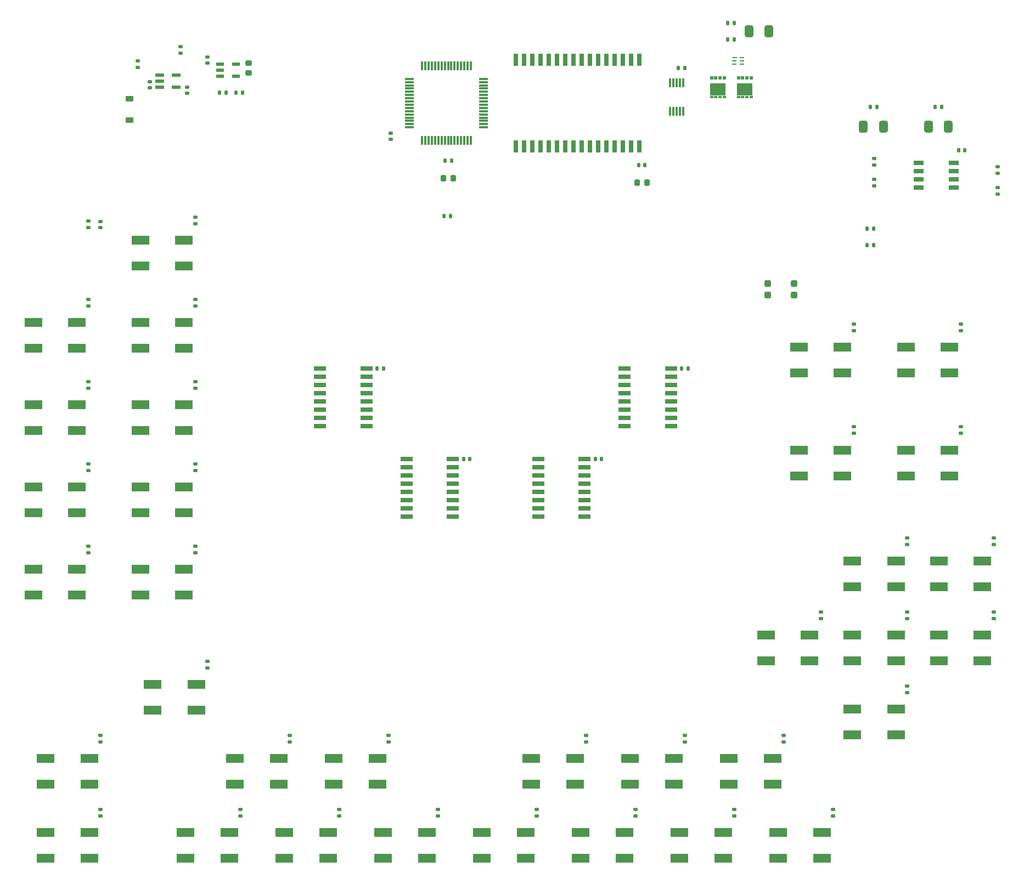
<source format=gbr>
%TF.GenerationSoftware,KiCad,Pcbnew,9.0.1*%
%TF.CreationDate,2025-04-16T22:38:01-05:00*%
%TF.ProjectId,mt,6d742e6b-6963-4616-945f-706362585858,rev?*%
%TF.SameCoordinates,Original*%
%TF.FileFunction,Paste,Top*%
%TF.FilePolarity,Positive*%
%FSLAX46Y46*%
G04 Gerber Fmt 4.6, Leading zero omitted, Abs format (unit mm)*
G04 Created by KiCad (PCBNEW 9.0.1) date 2025-04-16 22:38:01*
%MOMM*%
%LPD*%
G01*
G04 APERTURE LIST*
G04 Aperture macros list*
%AMRoundRect*
0 Rectangle with rounded corners*
0 $1 Rounding radius*
0 $2 $3 $4 $5 $6 $7 $8 $9 X,Y pos of 4 corners*
0 Add a 4 corners polygon primitive as box body*
4,1,4,$2,$3,$4,$5,$6,$7,$8,$9,$2,$3,0*
0 Add four circle primitives for the rounded corners*
1,1,$1+$1,$2,$3*
1,1,$1+$1,$4,$5*
1,1,$1+$1,$6,$7*
1,1,$1+$1,$8,$9*
0 Add four rect primitives between the rounded corners*
20,1,$1+$1,$2,$3,$4,$5,0*
20,1,$1+$1,$4,$5,$6,$7,0*
20,1,$1+$1,$6,$7,$8,$9,0*
20,1,$1+$1,$8,$9,$2,$3,0*%
G04 Aperture macros list end*
%ADD10RoundRect,0.250000X0.412500X0.650000X-0.412500X0.650000X-0.412500X-0.650000X0.412500X-0.650000X0*%
%ADD11RoundRect,0.237500X-0.237500X0.300000X-0.237500X-0.300000X0.237500X-0.300000X0.237500X0.300000X0*%
%ADD12RoundRect,0.250000X-0.412500X-0.650000X0.412500X-0.650000X0.412500X0.650000X-0.412500X0.650000X0*%
%ADD13RoundRect,0.135000X-0.185000X0.135000X-0.185000X-0.135000X0.185000X-0.135000X0.185000X0.135000X0*%
%ADD14RoundRect,0.135000X0.185000X-0.135000X0.185000X0.135000X-0.185000X0.135000X-0.185000X-0.135000X0*%
%ADD15RoundRect,0.135000X-0.135000X-0.185000X0.135000X-0.185000X0.135000X0.185000X-0.135000X0.185000X0*%
%ADD16RoundRect,0.140000X-0.140000X-0.170000X0.140000X-0.170000X0.140000X0.170000X-0.140000X0.170000X0*%
%ADD17R,0.800000X0.250000*%
%ADD18R,0.700000X0.250000*%
%ADD19RoundRect,0.140000X0.170000X-0.140000X0.170000X0.140000X-0.170000X0.140000X-0.170000X-0.140000X0*%
%ADD20RoundRect,0.140000X-0.170000X0.140000X-0.170000X-0.140000X0.170000X-0.140000X0.170000X0.140000X0*%
%ADD21R,2.750000X1.400000*%
%ADD22RoundRect,0.225000X-0.225000X-0.250000X0.225000X-0.250000X0.225000X0.250000X-0.225000X0.250000X0*%
%ADD23RoundRect,0.225000X0.375000X-0.225000X0.375000X0.225000X-0.375000X0.225000X-0.375000X-0.225000X0*%
%ADD24R,1.528000X0.650000*%
%ADD25RoundRect,0.135000X0.135000X0.185000X-0.135000X0.185000X-0.135000X-0.185000X0.135000X-0.185000X0*%
%ADD26R,0.500000X0.630000*%
%ADD27R,0.500000X0.410000*%
%ADD28R,2.450000X1.900000*%
%ADD29R,0.300000X1.475000*%
%ADD30R,1.475000X0.300000*%
%ADD31R,1.825000X0.700000*%
%ADD32R,1.200000X0.600000*%
%ADD33R,0.700000X1.850000*%
%ADD34R,0.300000X1.400000*%
%ADD35R,1.400000X0.600000*%
%ADD36RoundRect,0.225000X-0.250000X0.225000X-0.250000X-0.225000X0.250000X-0.225000X0.250000X0.225000X0*%
G04 APERTURE END LIST*
D10*
%TO.C,C13*%
X201333500Y-36957000D03*
X198208500Y-36957000D03*
%TD*%
%TO.C,C12*%
X191300500Y-36957000D03*
X188175500Y-36957000D03*
%TD*%
D11*
%TO.C,C10*%
X177466000Y-61232500D03*
X177466000Y-62957500D03*
%TD*%
%TO.C,C9*%
X173402000Y-61232500D03*
X173402000Y-62957500D03*
%TD*%
D12*
%TO.C,C3*%
X170522500Y-22225000D03*
X173647500Y-22225000D03*
%TD*%
D13*
%TO.C,R16*%
X68580000Y-63625000D03*
X68580000Y-64645000D03*
%TD*%
D14*
%TO.C,R2*%
X82804000Y-25656000D03*
X82804000Y-24636000D03*
%TD*%
D15*
%TO.C,R14*%
X189228000Y-33909000D03*
X190248000Y-33909000D03*
%TD*%
D16*
%TO.C,C20*%
X123500000Y-50800000D03*
X124460000Y-50800000D03*
%TD*%
%TO.C,C11*%
X202875000Y-40640000D03*
X203835000Y-40640000D03*
%TD*%
D13*
%TO.C,R17*%
X85090000Y-63625000D03*
X85090000Y-64645000D03*
%TD*%
%TO.C,R36*%
X168275000Y-142365000D03*
X168275000Y-143385000D03*
%TD*%
D15*
%TO.C,R7*%
X188720000Y-52705000D03*
X189740000Y-52705000D03*
%TD*%
D13*
%TO.C,R26*%
X86995000Y-119505000D03*
X86995000Y-120525000D03*
%TD*%
%TO.C,R39*%
X208280000Y-100455000D03*
X208280000Y-101475000D03*
%TD*%
%TO.C,R19*%
X85090000Y-76325000D03*
X85090000Y-77345000D03*
%TD*%
D17*
%TO.C,IC2*%
X168325000Y-26305000D03*
D18*
X168275000Y-26805000D03*
X168275000Y-27305000D03*
X169475000Y-27305000D03*
X169475000Y-26805000D03*
X169475000Y-26305000D03*
%TD*%
D15*
%TO.C,R3*%
X167255000Y-23495000D03*
X168275000Y-23495000D03*
%TD*%
D19*
%TO.C,C4*%
X86995000Y-27150000D03*
X86995000Y-26190000D03*
%TD*%
D20*
%TO.C,C2*%
X83820000Y-30889000D03*
X83820000Y-31849000D03*
%TD*%
D13*
%TO.C,R21*%
X85090000Y-89025000D03*
X85090000Y-90045000D03*
%TD*%
D21*
%TO.C,S3*%
X76635000Y-67215000D03*
X83385000Y-67215000D03*
X76635000Y-71215000D03*
X83385000Y-71215000D03*
%TD*%
%TO.C,S5*%
X76635000Y-79915000D03*
X83385000Y-79915000D03*
X76635000Y-83915000D03*
X83385000Y-83915000D03*
%TD*%
D13*
%TO.C,R38*%
X183515000Y-142365000D03*
X183515000Y-143385000D03*
%TD*%
D21*
%TO.C,S20*%
X144580000Y-145955000D03*
X151330000Y-145955000D03*
X144580000Y-149955000D03*
X151330000Y-149955000D03*
%TD*%
D13*
%TO.C,R24*%
X70485000Y-130935000D03*
X70485000Y-131955000D03*
%TD*%
%TO.C,R34*%
X153035000Y-142365000D03*
X153035000Y-143385000D03*
%TD*%
D22*
%TO.C,C15*%
X123387091Y-44958000D03*
X124937091Y-44958000D03*
%TD*%
D13*
%TO.C,R32*%
X137795000Y-142365000D03*
X137795000Y-143385000D03*
%TD*%
D16*
%TO.C,C22*%
X113185000Y-74295000D03*
X114145000Y-74295000D03*
%TD*%
%TO.C,C23*%
X126520000Y-88265000D03*
X127480000Y-88265000D03*
%TD*%
D13*
%TO.C,R29*%
X107315000Y-142365000D03*
X107315000Y-143385000D03*
%TD*%
D21*
%TO.C,S14*%
X91240000Y-134525000D03*
X97990000Y-134525000D03*
X91240000Y-138525000D03*
X97990000Y-138525000D03*
%TD*%
D13*
%TO.C,R49*%
X194945000Y-111885000D03*
X194945000Y-112905000D03*
%TD*%
D16*
%TO.C,C25*%
X160175000Y-74295000D03*
X161135000Y-74295000D03*
%TD*%
D13*
%TO.C,R18*%
X68580000Y-76325000D03*
X68580000Y-77345000D03*
%TD*%
D20*
%TO.C,C14*%
X70485000Y-51590000D03*
X70485000Y-52550000D03*
%TD*%
D13*
%TO.C,R25*%
X70485000Y-142365000D03*
X70485000Y-143385000D03*
%TD*%
D23*
%TO.C,D2*%
X74930000Y-35940000D03*
X74930000Y-32640000D03*
%TD*%
D24*
%TO.C,IC4*%
X196679000Y-42545000D03*
X196679000Y-43815000D03*
X196679000Y-45085000D03*
X196679000Y-46355000D03*
X202101000Y-46355000D03*
X202101000Y-45085000D03*
X202101000Y-43815000D03*
X202101000Y-42545000D03*
%TD*%
D25*
%TO.C,R5*%
X89899000Y-31750000D03*
X88879000Y-31750000D03*
%TD*%
D26*
%TO.C,Q2*%
X170860000Y-29405000D03*
X170210000Y-29405000D03*
X169560000Y-29405000D03*
X168910000Y-29405000D03*
D27*
X168910000Y-32385000D03*
X169560000Y-32385000D03*
X170210000Y-32385000D03*
X170860000Y-32385000D03*
D28*
X169885000Y-31230000D03*
%TD*%
D22*
%TO.C,C18*%
X153268091Y-45575454D03*
X154818091Y-45575454D03*
%TD*%
D13*
%TO.C,R45*%
X203200000Y-67435000D03*
X203200000Y-68455000D03*
%TD*%
%TO.C,R42*%
X181610000Y-111885000D03*
X181610000Y-112905000D03*
%TD*%
D29*
%TO.C,IC5*%
X127622091Y-27601454D03*
X127122091Y-27601454D03*
X126622091Y-27601454D03*
X126122091Y-27601454D03*
X125622091Y-27601454D03*
X125122091Y-27601454D03*
X124622091Y-27601454D03*
X124122091Y-27601454D03*
X123622091Y-27601454D03*
X123122091Y-27601454D03*
X122622091Y-27601454D03*
X122122091Y-27601454D03*
X121622091Y-27601454D03*
X121122091Y-27601454D03*
X120622091Y-27601454D03*
X120122091Y-27601454D03*
D30*
X118134091Y-29589454D03*
X118134091Y-30089454D03*
X118134091Y-30589454D03*
X118134091Y-31089454D03*
X118134091Y-31589454D03*
X118134091Y-32089454D03*
X118134091Y-32589454D03*
X118134091Y-33089454D03*
X118134091Y-33589454D03*
X118134091Y-34089454D03*
X118134091Y-34589454D03*
X118134091Y-35089454D03*
X118134091Y-35589454D03*
X118134091Y-36089454D03*
X118134091Y-36589454D03*
X118134091Y-37089454D03*
D29*
X120122091Y-39077454D03*
X120622091Y-39077454D03*
X121122091Y-39077454D03*
X121622091Y-39077454D03*
X122122091Y-39077454D03*
X122622091Y-39077454D03*
X123122091Y-39077454D03*
X123622091Y-39077454D03*
X124122091Y-39077454D03*
X124622091Y-39077454D03*
X125122091Y-39077454D03*
X125622091Y-39077454D03*
X126122091Y-39077454D03*
X126622091Y-39077454D03*
X127122091Y-39077454D03*
X127622091Y-39077454D03*
D30*
X129610091Y-37089454D03*
X129610091Y-36589454D03*
X129610091Y-36089454D03*
X129610091Y-35589454D03*
X129610091Y-35089454D03*
X129610091Y-34589454D03*
X129610091Y-34089454D03*
X129610091Y-33589454D03*
X129610091Y-33089454D03*
X129610091Y-32589454D03*
X129610091Y-32089454D03*
X129610091Y-31589454D03*
X129610091Y-31089454D03*
X129610091Y-30589454D03*
X129610091Y-30089454D03*
X129610091Y-29589454D03*
%TD*%
D21*
%TO.C,S30*%
X178235000Y-71025000D03*
X184985000Y-71025000D03*
X178235000Y-75025000D03*
X184985000Y-75025000D03*
%TD*%
D14*
%TO.C,R15*%
X68580000Y-52580000D03*
X68580000Y-51560000D03*
%TD*%
D13*
%TO.C,R31*%
X122555000Y-142365000D03*
X122555000Y-143385000D03*
%TD*%
%TO.C,R11*%
X189865000Y-45085000D03*
X189865000Y-46105000D03*
%TD*%
D21*
%TO.C,S6*%
X60125000Y-92615000D03*
X66875000Y-92615000D03*
X60125000Y-96615000D03*
X66875000Y-96615000D03*
%TD*%
D13*
%TO.C,R30*%
X114935000Y-130935000D03*
X114935000Y-131955000D03*
%TD*%
D31*
%TO.C,IC11*%
X151378000Y-74295000D03*
X151378000Y-75565000D03*
X151378000Y-76835000D03*
X151378000Y-78105000D03*
X151378000Y-79375000D03*
X151378000Y-80645000D03*
X151378000Y-81915000D03*
X151378000Y-83185000D03*
X158502000Y-83185000D03*
X158502000Y-81915000D03*
X158502000Y-80645000D03*
X158502000Y-79375000D03*
X158502000Y-78105000D03*
X158502000Y-76835000D03*
X158502000Y-75565000D03*
X158502000Y-74295000D03*
%TD*%
D13*
%TO.C,R37*%
X175895000Y-130935000D03*
X175895000Y-131955000D03*
%TD*%
%TO.C,R41*%
X194945000Y-123315000D03*
X194945000Y-124335000D03*
%TD*%
%TO.C,R1*%
X76200000Y-26795000D03*
X76200000Y-27815000D03*
%TD*%
D15*
%TO.C,R13*%
X199261000Y-33909000D03*
X200281000Y-33909000D03*
%TD*%
D13*
%TO.C,R27*%
X92075000Y-142365000D03*
X92075000Y-143385000D03*
%TD*%
D21*
%TO.C,S23*%
X167440000Y-134525000D03*
X174190000Y-134525000D03*
X167440000Y-138525000D03*
X174190000Y-138525000D03*
%TD*%
D13*
%TO.C,R28*%
X99695000Y-130935000D03*
X99695000Y-131955000D03*
%TD*%
D21*
%TO.C,S34*%
X76635000Y-54515000D03*
X83385000Y-54515000D03*
X76635000Y-58515000D03*
X83385000Y-58515000D03*
%TD*%
%TO.C,S29*%
X199825000Y-115475000D03*
X206575000Y-115475000D03*
X199825000Y-119475000D03*
X206575000Y-119475000D03*
%TD*%
%TO.C,S22*%
X159820000Y-145955000D03*
X166570000Y-145955000D03*
X159820000Y-149955000D03*
X166570000Y-149955000D03*
%TD*%
D13*
%TO.C,R48*%
X85090000Y-50925000D03*
X85090000Y-51945000D03*
%TD*%
D31*
%TO.C,IC9*%
X117723000Y-88265000D03*
X117723000Y-89535000D03*
X117723000Y-90805000D03*
X117723000Y-92075000D03*
X117723000Y-93345000D03*
X117723000Y-94615000D03*
X117723000Y-95885000D03*
X117723000Y-97155000D03*
X124847000Y-97155000D03*
X124847000Y-95885000D03*
X124847000Y-94615000D03*
X124847000Y-93345000D03*
X124847000Y-92075000D03*
X124847000Y-90805000D03*
X124847000Y-89535000D03*
X124847000Y-88265000D03*
%TD*%
D16*
%TO.C,C19*%
X153527091Y-42922454D03*
X154487091Y-42922454D03*
%TD*%
D13*
%TO.C,R47*%
X203200000Y-83310000D03*
X203200000Y-84330000D03*
%TD*%
D14*
%TO.C,R12*%
X208915000Y-47375000D03*
X208915000Y-46355000D03*
%TD*%
D21*
%TO.C,S24*%
X175060000Y-145955000D03*
X181810000Y-145955000D03*
X175060000Y-149955000D03*
X181810000Y-149955000D03*
%TD*%
%TO.C,S16*%
X106480000Y-134525000D03*
X113230000Y-134525000D03*
X106480000Y-138525000D03*
X113230000Y-138525000D03*
%TD*%
%TO.C,S32*%
X178235000Y-86900000D03*
X184985000Y-86900000D03*
X178235000Y-90900000D03*
X184985000Y-90900000D03*
%TD*%
D19*
%TO.C,C1*%
X78105000Y-30960000D03*
X78105000Y-30000000D03*
%TD*%
D21*
%TO.C,S21*%
X152200000Y-134525000D03*
X158950000Y-134525000D03*
X152200000Y-138525000D03*
X158950000Y-138525000D03*
%TD*%
D16*
%TO.C,C21*%
X159667000Y-27940000D03*
X160627000Y-27940000D03*
%TD*%
%TO.C,C16*%
X123682091Y-42252454D03*
X124642091Y-42252454D03*
%TD*%
D21*
%TO.C,S9*%
X76635000Y-105315000D03*
X83385000Y-105315000D03*
X76635000Y-109315000D03*
X83385000Y-109315000D03*
%TD*%
%TO.C,S25*%
X199825000Y-104045000D03*
X206575000Y-104045000D03*
X199825000Y-108045000D03*
X206575000Y-108045000D03*
%TD*%
%TO.C,S13*%
X83620000Y-145955000D03*
X90370000Y-145955000D03*
X83620000Y-149955000D03*
X90370000Y-149955000D03*
%TD*%
D13*
%TO.C,R23*%
X85090000Y-101725000D03*
X85090000Y-102745000D03*
%TD*%
D21*
%TO.C,S17*%
X114100000Y-145955000D03*
X120850000Y-145955000D03*
X114100000Y-149955000D03*
X120850000Y-149955000D03*
%TD*%
D15*
%TO.C,R8*%
X188720000Y-55245000D03*
X189740000Y-55245000D03*
%TD*%
D21*
%TO.C,S8*%
X60125000Y-105315000D03*
X66875000Y-105315000D03*
X60125000Y-109315000D03*
X66875000Y-109315000D03*
%TD*%
D13*
%TO.C,R40*%
X194945000Y-100455000D03*
X194945000Y-101475000D03*
%TD*%
%TO.C,R20*%
X68580000Y-89025000D03*
X68580000Y-90045000D03*
%TD*%
%TO.C,R35*%
X160655000Y-130935000D03*
X160655000Y-131955000D03*
%TD*%
D21*
%TO.C,S27*%
X186490000Y-126905000D03*
X193240000Y-126905000D03*
X186490000Y-130905000D03*
X193240000Y-130905000D03*
%TD*%
D20*
%TO.C,C17*%
X115272091Y-37962454D03*
X115272091Y-38922454D03*
%TD*%
D21*
%TO.C,S31*%
X194745000Y-71025000D03*
X201495000Y-71025000D03*
X194745000Y-75025000D03*
X201495000Y-75025000D03*
%TD*%
D32*
%TO.C,IC3*%
X88900000Y-27310000D03*
X88900000Y-28260000D03*
X88900000Y-29210000D03*
X91400000Y-29210000D03*
X91400000Y-27310000D03*
%TD*%
D15*
%TO.C,R6*%
X91419000Y-31750000D03*
X92439000Y-31750000D03*
%TD*%
D14*
%TO.C,R10*%
X208915000Y-44200000D03*
X208915000Y-43180000D03*
%TD*%
D26*
%TO.C,Q1*%
X166710000Y-29405000D03*
X166060000Y-29405000D03*
X165410000Y-29405000D03*
X164760000Y-29405000D03*
D27*
X164760000Y-32385000D03*
X165410000Y-32385000D03*
X166060000Y-32385000D03*
X166710000Y-32385000D03*
D28*
X165735000Y-31230000D03*
%TD*%
D31*
%TO.C,IC8*%
X104388000Y-74295000D03*
X104388000Y-75565000D03*
X104388000Y-76835000D03*
X104388000Y-78105000D03*
X104388000Y-79375000D03*
X104388000Y-80645000D03*
X104388000Y-81915000D03*
X104388000Y-83185000D03*
X111512000Y-83185000D03*
X111512000Y-81915000D03*
X111512000Y-80645000D03*
X111512000Y-79375000D03*
X111512000Y-78105000D03*
X111512000Y-76835000D03*
X111512000Y-75565000D03*
X111512000Y-74295000D03*
%TD*%
D13*
%TO.C,R46*%
X186690000Y-83310000D03*
X186690000Y-84330000D03*
%TD*%
D21*
%TO.C,S12*%
X78540000Y-123095000D03*
X85290000Y-123095000D03*
X78540000Y-127095000D03*
X85290000Y-127095000D03*
%TD*%
%TO.C,S18*%
X129340000Y-145955000D03*
X136090000Y-145955000D03*
X129340000Y-149955000D03*
X136090000Y-149955000D03*
%TD*%
%TO.C,S11*%
X62030000Y-145955000D03*
X68780000Y-145955000D03*
X62030000Y-149955000D03*
X68780000Y-149955000D03*
%TD*%
%TO.C,S7*%
X76635000Y-92615000D03*
X83385000Y-92615000D03*
X76635000Y-96615000D03*
X83385000Y-96615000D03*
%TD*%
%TO.C,S28*%
X173155000Y-115475000D03*
X179905000Y-115475000D03*
X173155000Y-119475000D03*
X179905000Y-119475000D03*
%TD*%
%TO.C,S15*%
X98860000Y-145955000D03*
X105610000Y-145955000D03*
X98860000Y-149955000D03*
X105610000Y-149955000D03*
%TD*%
D33*
%TO.C,IC6*%
X153662091Y-26687454D03*
X152392091Y-26687454D03*
X151122091Y-26687454D03*
X149852091Y-26687454D03*
X148582091Y-26687454D03*
X147312091Y-26687454D03*
X146042091Y-26687454D03*
X144772091Y-26687454D03*
X143502091Y-26687454D03*
X142232091Y-26687454D03*
X140962091Y-26687454D03*
X139692091Y-26687454D03*
X138422091Y-26687454D03*
X137152091Y-26687454D03*
X135882091Y-26687454D03*
X134612091Y-26687454D03*
X134612091Y-39987454D03*
X135882091Y-39987454D03*
X137152091Y-39987454D03*
X138422091Y-39987454D03*
X139692091Y-39987454D03*
X140962091Y-39987454D03*
X142232091Y-39987454D03*
X143502091Y-39987454D03*
X144772091Y-39987454D03*
X146042091Y-39987454D03*
X147312091Y-39987454D03*
X148582091Y-39987454D03*
X149852091Y-39987454D03*
X151122091Y-39987454D03*
X152392091Y-39987454D03*
X153662091Y-39987454D03*
%TD*%
D21*
%TO.C,S33*%
X194745000Y-86900000D03*
X201495000Y-86900000D03*
X194745000Y-90900000D03*
X201495000Y-90900000D03*
%TD*%
%TO.C,S35*%
X186490000Y-115475000D03*
X193240000Y-115475000D03*
X186490000Y-119475000D03*
X193240000Y-119475000D03*
%TD*%
%TO.C,S2*%
X60125000Y-67215000D03*
X66875000Y-67215000D03*
X60125000Y-71215000D03*
X66875000Y-71215000D03*
%TD*%
%TO.C,S19*%
X136960000Y-134525000D03*
X143710000Y-134525000D03*
X136960000Y-138525000D03*
X143710000Y-138525000D03*
%TD*%
%TO.C,S26*%
X186490000Y-104045000D03*
X193240000Y-104045000D03*
X186490000Y-108045000D03*
X193240000Y-108045000D03*
%TD*%
D15*
%TO.C,R4*%
X167255000Y-20955000D03*
X168275000Y-20955000D03*
%TD*%
D34*
%TO.C,IC7*%
X158385000Y-34585000D03*
X158885000Y-34585000D03*
X159385000Y-34585000D03*
X159885000Y-34585000D03*
X160385000Y-34585000D03*
X160385000Y-30185000D03*
X159885000Y-30185000D03*
X159385000Y-30185000D03*
X158885000Y-30185000D03*
X158385000Y-30185000D03*
%TD*%
D13*
%TO.C,R44*%
X186690000Y-67435000D03*
X186690000Y-68455000D03*
%TD*%
%TO.C,R43*%
X208280000Y-111885000D03*
X208280000Y-112905000D03*
%TD*%
%TO.C,R33*%
X145415000Y-130935000D03*
X145415000Y-131955000D03*
%TD*%
D31*
%TO.C,IC10*%
X138043000Y-88265000D03*
X138043000Y-89535000D03*
X138043000Y-90805000D03*
X138043000Y-92075000D03*
X138043000Y-93345000D03*
X138043000Y-94615000D03*
X138043000Y-95885000D03*
X138043000Y-97155000D03*
X145167000Y-97155000D03*
X145167000Y-95885000D03*
X145167000Y-94615000D03*
X145167000Y-93345000D03*
X145167000Y-92075000D03*
X145167000Y-90805000D03*
X145167000Y-89535000D03*
X145167000Y-88265000D03*
%TD*%
D13*
%TO.C,R9*%
X189865000Y-41910000D03*
X189865000Y-42930000D03*
%TD*%
D35*
%TO.C,IC1*%
X79649000Y-29022000D03*
X79649000Y-29972000D03*
X79649000Y-30922000D03*
X82149000Y-30922000D03*
X82149000Y-29022000D03*
%TD*%
D16*
%TO.C,C24*%
X146840000Y-88265000D03*
X147800000Y-88265000D03*
%TD*%
D36*
%TO.C,C5*%
X93345000Y-27165000D03*
X93345000Y-28715000D03*
%TD*%
D21*
%TO.C,S4*%
X60125000Y-79915000D03*
X66875000Y-79915000D03*
X60125000Y-83915000D03*
X66875000Y-83915000D03*
%TD*%
%TO.C,S10*%
X62030000Y-134525000D03*
X68780000Y-134525000D03*
X62030000Y-138525000D03*
X68780000Y-138525000D03*
%TD*%
D13*
%TO.C,R22*%
X68580000Y-101725000D03*
X68580000Y-102745000D03*
%TD*%
M02*

</source>
